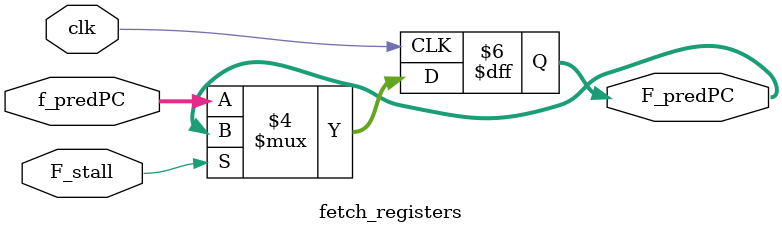
<source format=v>
module fetch_registers(clk, F_predPC, f_predPC, F_stall);

input [63:0] f_predPC;
input clk, F_stall;
output reg [63:0] F_predPC; 

always @(posedge clk)
begin 
    if(!F_stall)
    begin F_predPC = f_predPC; end
end

endmodule
</source>
